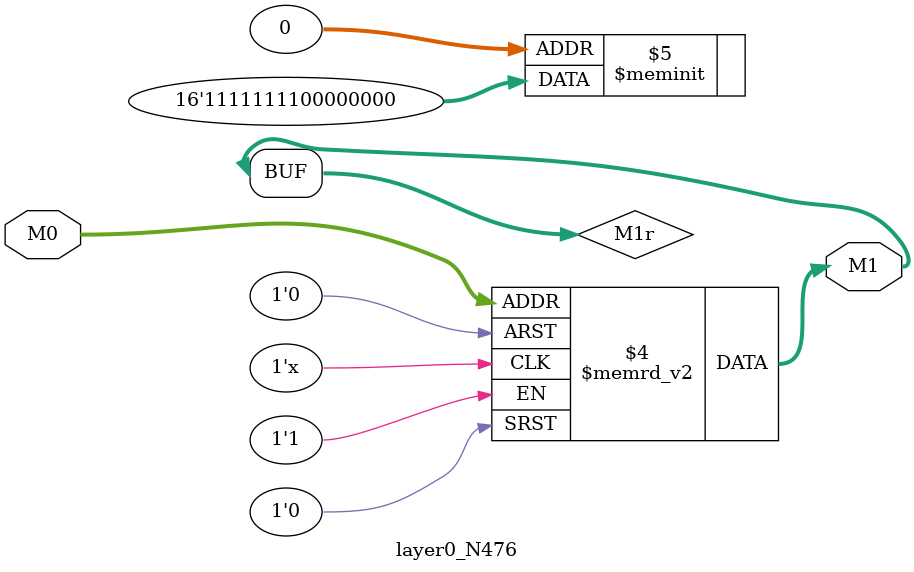
<source format=v>
module layer0_N476 ( input [2:0] M0, output [1:0] M1 );

	(*rom_style = "distributed" *) reg [1:0] M1r;
	assign M1 = M1r;
	always @ (M0) begin
		case (M0)
			3'b000: M1r = 2'b00;
			3'b100: M1r = 2'b11;
			3'b010: M1r = 2'b00;
			3'b110: M1r = 2'b11;
			3'b001: M1r = 2'b00;
			3'b101: M1r = 2'b11;
			3'b011: M1r = 2'b00;
			3'b111: M1r = 2'b11;

		endcase
	end
endmodule

</source>
